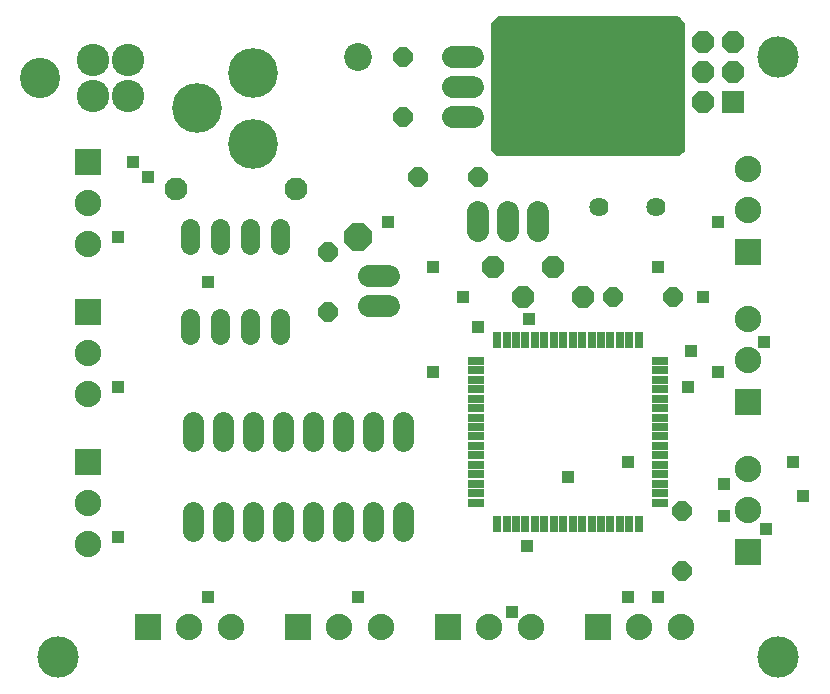
<source format=gts>
G75*
G70*
%OFA0B0*%
%FSLAX24Y24*%
%IPPOS*%
%LPD*%
%AMOC8*
5,1,8,0,0,1.08239X$1,22.5*
%
%ADD10C,0.0120*%
%ADD11C,0.0640*%
%ADD12OC8,0.0710*%
%ADD13C,0.0760*%
%ADD14R,0.0300X0.0550*%
%ADD15R,0.0550X0.0300*%
%ADD16C,0.0640*%
%ADD17C,0.1080*%
%ADD18C,0.1340*%
%ADD19C,0.0720*%
%ADD20R,0.0720X0.0720*%
%ADD21OC8,0.0720*%
%ADD22C,0.0930*%
%ADD23OC8,0.0930*%
%ADD24OC8,0.0640*%
%ADD25C,0.1380*%
%ADD26R,0.0880X0.0880*%
%ADD27C,0.0880*%
%ADD28C,0.0702*%
%ADD29C,0.1660*%
%ADD30R,0.0440X0.0440*%
D10*
X016493Y018593D02*
X016343Y018743D01*
X016343Y022943D01*
X016343Y022843D01*
X016343Y022943D01*
X016543Y023143D01*
X022493Y023143D01*
X022693Y022943D01*
X022693Y018743D01*
X022543Y018593D01*
X016493Y018593D01*
X016487Y018598D02*
X022548Y018598D01*
X022667Y018717D02*
X016368Y018717D01*
X016343Y018835D02*
X022693Y018835D01*
X022693Y018954D02*
X016343Y018954D01*
X016343Y019073D02*
X022693Y019073D01*
X022693Y019191D02*
X016343Y019191D01*
X016343Y019310D02*
X022693Y019310D01*
X022693Y019428D02*
X016343Y019428D01*
X016343Y019547D02*
X022693Y019547D01*
X022693Y019665D02*
X016343Y019665D01*
X016343Y019784D02*
X022693Y019784D01*
X022693Y019902D02*
X016343Y019902D01*
X016343Y020021D02*
X022693Y020021D01*
X022693Y020139D02*
X016343Y020139D01*
X016343Y020258D02*
X022693Y020258D01*
X022693Y020376D02*
X016343Y020376D01*
X016343Y020495D02*
X022693Y020495D01*
X022693Y020614D02*
X016343Y020614D01*
X016343Y020732D02*
X022693Y020732D01*
X022693Y020851D02*
X016343Y020851D01*
X016343Y020969D02*
X022693Y020969D01*
X022693Y021088D02*
X016343Y021088D01*
X016343Y021206D02*
X022693Y021206D01*
X022693Y021325D02*
X016343Y021325D01*
X016343Y021443D02*
X022693Y021443D01*
X022693Y021562D02*
X016343Y021562D01*
X016343Y021680D02*
X022693Y021680D01*
X022693Y021799D02*
X016343Y021799D01*
X016343Y021918D02*
X022693Y021918D01*
X022693Y022036D02*
X016343Y022036D01*
X016343Y022155D02*
X022693Y022155D01*
X022693Y022273D02*
X016343Y022273D01*
X016343Y022392D02*
X022693Y022392D01*
X022693Y022510D02*
X016343Y022510D01*
X016343Y022629D02*
X022693Y022629D01*
X022693Y022747D02*
X016343Y022747D01*
X016343Y022866D02*
X022693Y022866D01*
X022651Y022984D02*
X016384Y022984D01*
X016503Y023103D02*
X022532Y023103D01*
D11*
X021793Y016843D03*
X019893Y016843D03*
D12*
X018343Y014843D03*
X019343Y013843D03*
X017343Y013843D03*
X016343Y014843D03*
D13*
X009793Y017443D03*
X005793Y017443D03*
D14*
X016480Y012414D03*
X016795Y012414D03*
X017110Y012414D03*
X017425Y012414D03*
X017740Y012414D03*
X018055Y012414D03*
X018370Y012414D03*
X018685Y012414D03*
X019000Y012414D03*
X019315Y012414D03*
X019630Y012414D03*
X019945Y012414D03*
X020260Y012414D03*
X020575Y012414D03*
X020890Y012414D03*
X021205Y012414D03*
X021205Y006272D03*
X020890Y006272D03*
X020575Y006272D03*
X020260Y006272D03*
X019945Y006272D03*
X019630Y006272D03*
X019315Y006272D03*
X019000Y006272D03*
X018685Y006272D03*
X018370Y006272D03*
X018055Y006272D03*
X017740Y006272D03*
X017425Y006272D03*
X017110Y006272D03*
X016795Y006272D03*
X016480Y006272D03*
D15*
X015772Y006980D03*
X015772Y007295D03*
X015772Y007610D03*
X015772Y007925D03*
X015772Y008240D03*
X015772Y008555D03*
X015772Y008870D03*
X015772Y009185D03*
X015772Y009500D03*
X015772Y009815D03*
X015772Y010130D03*
X015772Y010445D03*
X015772Y010760D03*
X015772Y011075D03*
X015772Y011390D03*
X015772Y011705D03*
X021914Y011705D03*
X021914Y011390D03*
X021914Y011075D03*
X021914Y010760D03*
X021914Y010445D03*
X021914Y010130D03*
X021914Y009815D03*
X021914Y009500D03*
X021914Y009185D03*
X021914Y008870D03*
X021914Y008555D03*
X021914Y008240D03*
X021914Y007925D03*
X021914Y007610D03*
X021914Y007295D03*
X021914Y006980D03*
D16*
X009243Y012563D02*
X009243Y013123D01*
X008243Y013123D02*
X008243Y012563D01*
X007243Y012563D02*
X007243Y013123D01*
X006243Y013123D02*
X006243Y012563D01*
X006243Y015563D02*
X006243Y016123D01*
X007243Y016123D02*
X007243Y015563D01*
X008243Y015563D02*
X008243Y016123D01*
X009243Y016123D02*
X009243Y015563D01*
D17*
X004193Y020549D03*
X004193Y021730D03*
X003012Y021730D03*
X003012Y020549D03*
D18*
X001240Y021140D03*
D19*
X012223Y014543D02*
X012863Y014543D01*
X012863Y013543D02*
X012223Y013543D01*
X015843Y016023D02*
X015843Y016663D01*
X016843Y016663D02*
X016843Y016023D01*
X017843Y016023D02*
X017843Y016663D01*
X015663Y019843D02*
X015023Y019843D01*
X015023Y020843D02*
X015663Y020843D01*
X015663Y021843D02*
X015023Y021843D01*
D20*
X024343Y020343D03*
D21*
X023343Y020343D03*
X023343Y021343D03*
X024343Y021343D03*
X024343Y022343D03*
X023343Y022343D03*
D22*
X011843Y021843D03*
D23*
X011843Y015843D03*
D24*
X010843Y015343D03*
X010843Y013343D03*
X013843Y017843D03*
X015843Y017843D03*
X013343Y019843D03*
X013343Y021843D03*
X020343Y013843D03*
X022343Y013843D03*
X022643Y006693D03*
X022643Y004693D03*
D25*
X001843Y001843D03*
X021243Y020843D03*
X025843Y021843D03*
X025843Y001843D03*
D26*
X024843Y005343D03*
X019843Y002843D03*
X014843Y002843D03*
X009843Y002843D03*
X004843Y002843D03*
X002843Y008343D03*
X002843Y013343D03*
X002843Y018343D03*
X024843Y015343D03*
X024843Y010343D03*
D27*
X024843Y011721D03*
X024843Y013099D03*
X024843Y016721D03*
X024843Y018099D03*
X024843Y008099D03*
X024843Y006721D03*
X022599Y002843D03*
X021221Y002843D03*
X017599Y002843D03*
X016221Y002843D03*
X012599Y002843D03*
X011221Y002843D03*
X007599Y002843D03*
X006221Y002843D03*
X002843Y005587D03*
X002843Y006965D03*
X002843Y010587D03*
X002843Y011965D03*
X002843Y015587D03*
X002843Y016965D03*
D28*
X006343Y009654D02*
X006343Y009032D01*
X007343Y009032D02*
X007343Y009654D01*
X008343Y009654D02*
X008343Y009032D01*
X009343Y009032D02*
X009343Y009654D01*
X010343Y009654D02*
X010343Y009032D01*
X011343Y009032D02*
X011343Y009654D01*
X012343Y009654D02*
X012343Y009032D01*
X013343Y009032D02*
X013343Y009654D01*
X013343Y006654D02*
X013343Y006032D01*
X012343Y006032D02*
X012343Y006654D01*
X011343Y006654D02*
X011343Y006032D01*
X010343Y006032D02*
X010343Y006654D01*
X009343Y006654D02*
X009343Y006032D01*
X008343Y006032D02*
X008343Y006654D01*
X007343Y006654D02*
X007343Y006032D01*
X006343Y006032D02*
X006343Y006654D01*
D29*
X008343Y018949D03*
X006492Y020130D03*
X008343Y021311D03*
D30*
X004843Y017843D03*
X004343Y018343D03*
X003843Y015843D03*
X006843Y014343D03*
X003843Y010843D03*
X003843Y005843D03*
X006843Y003843D03*
X011843Y003843D03*
X016993Y003343D03*
X017493Y005543D03*
X018843Y007843D03*
X020843Y008343D03*
X022843Y010843D03*
X023843Y011343D03*
X022943Y012043D03*
X023343Y013843D03*
X021843Y014843D03*
X023843Y016343D03*
X025393Y012343D03*
X026343Y008343D03*
X026693Y007193D03*
X025443Y006093D03*
X024043Y006543D03*
X024043Y007593D03*
X021843Y003843D03*
X020843Y003843D03*
X014343Y011343D03*
X015843Y012843D03*
X015343Y013843D03*
X014343Y014843D03*
X012843Y016343D03*
X017543Y013093D03*
M02*

</source>
